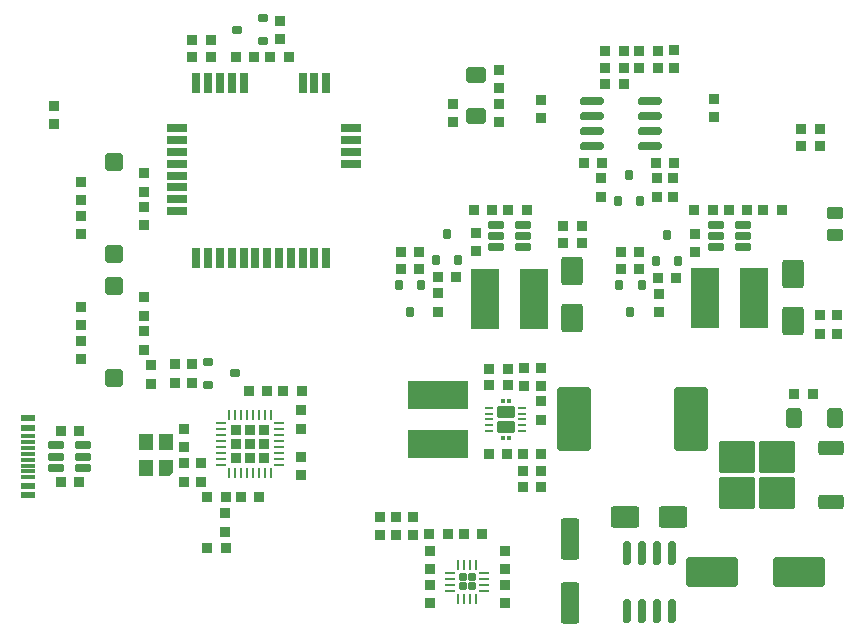
<source format=gtp>
G04 #@! TF.GenerationSoftware,KiCad,Pcbnew,8.0.2-8.0.2-0~ubuntu23.10.1*
G04 #@! TF.CreationDate,2024-05-23T14:55:55+07:00*
G04 #@! TF.ProjectId,Node_Analog,4e6f6465-5f41-46e6-916c-6f672e6b6963,rev?*
G04 #@! TF.SameCoordinates,Original*
G04 #@! TF.FileFunction,Paste,Top*
G04 #@! TF.FilePolarity,Positive*
%FSLAX46Y46*%
G04 Gerber Fmt 4.6, Leading zero omitted, Abs format (unit mm)*
G04 Created by KiCad (PCBNEW 8.0.2-8.0.2-0~ubuntu23.10.1) date 2024-05-23 14:55:55*
%MOMM*%
%LPD*%
G01*
G04 APERTURE LIST*
G04 Aperture macros list*
%AMRoundRect*
0 Rectangle with rounded corners*
0 $1 Rounding radius*
0 $2 $3 $4 $5 $6 $7 $8 $9 X,Y pos of 4 corners*
0 Add a 4 corners polygon primitive as box body*
4,1,4,$2,$3,$4,$5,$6,$7,$8,$9,$2,$3,0*
0 Add four circle primitives for the rounded corners*
1,1,$1+$1,$2,$3*
1,1,$1+$1,$4,$5*
1,1,$1+$1,$6,$7*
1,1,$1+$1,$8,$9*
0 Add four rect primitives between the rounded corners*
20,1,$1+$1,$2,$3,$4,$5,0*
20,1,$1+$1,$4,$5,$6,$7,0*
20,1,$1+$1,$6,$7,$8,$9,0*
20,1,$1+$1,$8,$9,$2,$3,0*%
%AMFreePoly0*
4,1,18,-0.700000,0.540000,-0.695433,0.562961,-0.682426,0.582426,-0.662961,0.595433,-0.640000,0.600000,0.640000,0.600000,0.662961,0.595433,0.682426,0.582426,0.695433,0.562961,0.700000,0.540000,0.700000,-0.540000,0.695433,-0.562961,0.682426,-0.582426,0.662961,-0.595433,0.640000,-0.600000,-0.400000,-0.600000,-0.700000,-0.300000,-0.700000,0.540000,-0.700000,0.540000,$1*%
G04 Aperture macros list end*
%ADD10RoundRect,0.085000X-0.365000X0.340000X-0.365000X-0.340000X0.365000X-0.340000X0.365000X0.340000X0*%
%ADD11RoundRect,0.090000X-0.210000X0.885000X-0.210000X-0.885000X0.210000X-0.885000X0.210000X0.885000X0*%
%ADD12RoundRect,0.290000X1.160000X2.410000X-1.160000X2.410000X-1.160000X-2.410000X1.160000X-2.410000X0*%
%ADD13RoundRect,0.090000X-0.560000X-0.210000X0.560000X-0.210000X0.560000X0.210000X-0.560000X0.210000X0*%
%ADD14RoundRect,0.090000X0.210000X-0.360000X0.210000X0.360000X-0.210000X0.360000X-0.210000X-0.360000X0*%
%ADD15RoundRect,0.085000X-0.340000X-0.365000X0.340000X-0.365000X0.340000X0.365000X-0.340000X0.365000X0*%
%ADD16RoundRect,0.085000X0.340000X0.365000X-0.340000X0.365000X-0.340000X-0.365000X0.340000X-0.365000X0*%
%ADD17RoundRect,0.085000X0.365000X-0.340000X0.365000X0.340000X-0.365000X0.340000X-0.365000X-0.340000X0*%
%ADD18RoundRect,0.172500X-0.172500X-0.172500X0.172500X-0.172500X0.172500X0.172500X-0.172500X0.172500X0*%
%ADD19RoundRect,0.062500X-0.375000X-0.062500X0.375000X-0.062500X0.375000X0.062500X-0.375000X0.062500X0*%
%ADD20RoundRect,0.062500X-0.062500X-0.375000X0.062500X-0.375000X0.062500X0.375000X-0.062500X0.375000X0*%
%ADD21RoundRect,0.250000X-1.950000X-1.000000X1.950000X-1.000000X1.950000X1.000000X-1.950000X1.000000X0*%
%ADD22R,2.350000X5.100000*%
%ADD23RoundRect,0.150000X-0.600000X0.600000X-0.600000X-0.600000X0.600000X-0.600000X0.600000X0.600000X0*%
%ADD24RoundRect,0.090000X-0.210000X0.360000X-0.210000X-0.360000X0.210000X-0.360000X0.210000X0.360000X0*%
%ADD25RoundRect,0.100000X0.575000X-0.400000X0.575000X0.400000X-0.575000X0.400000X-0.575000X-0.400000X0*%
%ADD26RoundRect,0.180000X1.020000X0.720000X-1.020000X0.720000X-1.020000X-0.720000X1.020000X-0.720000X0*%
%ADD27RoundRect,0.232500X0.232500X-0.232500X0.232500X0.232500X-0.232500X0.232500X-0.232500X-0.232500X0*%
%ADD28RoundRect,0.062500X0.062500X-0.375000X0.062500X0.375000X-0.062500X0.375000X-0.062500X-0.375000X0*%
%ADD29RoundRect,0.062500X0.375000X-0.062500X0.375000X0.062500X-0.375000X0.062500X-0.375000X-0.062500X0*%
%ADD30R,0.700000X1.800000*%
%ADD31R,1.800000X0.700000*%
%ADD32RoundRect,0.180000X0.720000X-1.020000X0.720000X1.020000X-0.720000X1.020000X-0.720000X-1.020000X0*%
%ADD33RoundRect,0.090000X0.885000X0.210000X-0.885000X0.210000X-0.885000X-0.210000X0.885000X-0.210000X0*%
%ADD34R,1.300000X0.600000*%
%ADD35R,1.300000X0.300000*%
%ADD36RoundRect,0.090000X-0.360000X-0.210000X0.360000X-0.210000X0.360000X0.210000X-0.360000X0.210000X0*%
%ADD37RoundRect,0.090000X0.360000X0.210000X-0.360000X0.210000X-0.360000X-0.210000X0.360000X-0.210000X0*%
%ADD38RoundRect,0.090000X0.560000X0.210000X-0.560000X0.210000X-0.560000X-0.210000X0.560000X-0.210000X0*%
%ADD39RoundRect,0.025000X-0.100000X-0.145000X0.100000X-0.145000X0.100000X0.145000X-0.100000X0.145000X0*%
%ADD40RoundRect,0.106000X-0.644000X-0.424000X0.644000X-0.424000X0.644000X0.424000X-0.644000X0.424000X0*%
%ADD41RoundRect,0.060000X-0.240000X-0.060000X0.240000X-0.060000X0.240000X0.060000X-0.240000X0.060000X0*%
%ADD42RoundRect,0.250000X0.400000X0.600000X-0.400000X0.600000X-0.400000X-0.600000X0.400000X-0.600000X0*%
%ADD43RoundRect,0.180000X-0.720000X1.020000X-0.720000X-1.020000X0.720000X-1.020000X0.720000X1.020000X0*%
%ADD44RoundRect,0.250000X-0.550000X1.500000X-0.550000X-1.500000X0.550000X-1.500000X0.550000X1.500000X0*%
%ADD45R,5.100000X2.350000*%
%ADD46FreePoly0,90.000000*%
%ADD47RoundRect,0.060000X0.540000X-0.640000X0.540000X0.640000X-0.540000X0.640000X-0.540000X-0.640000X0*%
%ADD48RoundRect,0.250000X0.850000X0.350000X-0.850000X0.350000X-0.850000X-0.350000X0.850000X-0.350000X0*%
%ADD49RoundRect,0.250000X1.275000X1.125000X-1.275000X1.125000X-1.275000X-1.125000X1.275000X-1.125000X0*%
%ADD50RoundRect,0.250000X0.600000X-0.400000X0.600000X0.400000X-0.600000X0.400000X-0.600000X-0.400000X0*%
G04 APERTURE END LIST*
D10*
X154550000Y-81127500D03*
X154550000Y-82677500D03*
D11*
X160555000Y-112825000D03*
X159285000Y-112825000D03*
X158015000Y-112825000D03*
X156745000Y-112825000D03*
X156745000Y-117775000D03*
X158015000Y-117775000D03*
X159285000Y-117775000D03*
X160555000Y-117775000D03*
D12*
X162150000Y-101550000D03*
X152250000Y-101550000D03*
D13*
X108412500Y-103750000D03*
X108412500Y-104700000D03*
X108412500Y-105650000D03*
X110687500Y-105650000D03*
X110687500Y-104700000D03*
X110687500Y-103750000D03*
D10*
X149400000Y-74477500D03*
X149400000Y-76027500D03*
D14*
X155950000Y-83090000D03*
X157850000Y-83090000D03*
X156900000Y-80815000D03*
D10*
X149400000Y-100025000D03*
X149400000Y-101575000D03*
D15*
X156225000Y-87387500D03*
X157775000Y-87387500D03*
D16*
X169800000Y-83800000D03*
X168250000Y-83800000D03*
D17*
X159400000Y-92462500D03*
X159400000Y-90912500D03*
X146400000Y-117112500D03*
X146400000Y-115562500D03*
X115800000Y-95650000D03*
X115800000Y-94100000D03*
D18*
X142800000Y-114887500D03*
X142800000Y-115687500D03*
X143600000Y-114887500D03*
X143600000Y-115687500D03*
D19*
X141762500Y-114537500D03*
X141762500Y-115037500D03*
X141762500Y-115537500D03*
X141762500Y-116037500D03*
D20*
X142450000Y-116725000D03*
X142950000Y-116725000D03*
X143450000Y-116725000D03*
X143950000Y-116725000D03*
D19*
X144637500Y-116037500D03*
X144637500Y-115537500D03*
X144637500Y-115037500D03*
X144637500Y-114537500D03*
D20*
X143950000Y-113850000D03*
X143450000Y-113850000D03*
X142950000Y-113850000D03*
X142450000Y-113850000D03*
D16*
X146625000Y-98650000D03*
X145075000Y-98650000D03*
D15*
X124050000Y-108150000D03*
X125600000Y-108150000D03*
D16*
X154625000Y-79840000D03*
X153075000Y-79840000D03*
D15*
X151325000Y-86600000D03*
X152875000Y-86600000D03*
D21*
X163900000Y-114450000D03*
X171300000Y-114450000D03*
D22*
X163325000Y-91300000D03*
X167475000Y-91300000D03*
D23*
X113250000Y-79750000D03*
X113250000Y-87550000D03*
D16*
X146575000Y-104450000D03*
X145025000Y-104450000D03*
D10*
X120650000Y-105275000D03*
X120650000Y-106825000D03*
X145900000Y-71955000D03*
X145900000Y-73505000D03*
D24*
X139300000Y-90162500D03*
X137400000Y-90162500D03*
X138350000Y-92437500D03*
D17*
X122650000Y-111050000D03*
X122650000Y-109500000D03*
D16*
X149475000Y-105900000D03*
X147925000Y-105900000D03*
D10*
X174500000Y-92725000D03*
X174500000Y-94275000D03*
D25*
X174300000Y-85950000D03*
X174300000Y-84050000D03*
D17*
X140750000Y-92425000D03*
X140750000Y-90875000D03*
D16*
X163975000Y-83800000D03*
X162425000Y-83800000D03*
X128075000Y-70850000D03*
X126525000Y-70850000D03*
D10*
X116450000Y-96975000D03*
X116450000Y-98525000D03*
D24*
X157950000Y-90200000D03*
X156050000Y-90200000D03*
X157000000Y-92475000D03*
D17*
X110500000Y-82975000D03*
X110500000Y-81425000D03*
D26*
X160600000Y-109800000D03*
X156550000Y-109800000D03*
D16*
X166900000Y-83800000D03*
X165350000Y-83800000D03*
D17*
X138600000Y-111375000D03*
X138600000Y-109825000D03*
X119250000Y-106825000D03*
X119250000Y-105275000D03*
D10*
X173100000Y-92725000D03*
X173100000Y-94275000D03*
D16*
X159325000Y-71760000D03*
X157775000Y-71760000D03*
X122725000Y-112400000D03*
X121175000Y-112400000D03*
X146625000Y-97250000D03*
X145075000Y-97250000D03*
D15*
X127625000Y-99125000D03*
X129175000Y-99125000D03*
D16*
X148225000Y-83800000D03*
X146675000Y-83800000D03*
X160875000Y-89587500D03*
X159325000Y-89587500D03*
X122725000Y-108150000D03*
X121175000Y-108150000D03*
D15*
X108775000Y-106850000D03*
X110325000Y-106850000D03*
D16*
X173025000Y-77000000D03*
X171475000Y-77000000D03*
D17*
X110525000Y-93550000D03*
X110525000Y-92000000D03*
D27*
X123650000Y-104775000D03*
X124800000Y-104775000D03*
X125950000Y-104775000D03*
X123650000Y-103625000D03*
X124800000Y-103625000D03*
X125950000Y-103625000D03*
X123650000Y-102475000D03*
X124800000Y-102475000D03*
X125950000Y-102475000D03*
D28*
X123050000Y-106062500D03*
X123550000Y-106062500D03*
X124050000Y-106062500D03*
X124550000Y-106062500D03*
X125050000Y-106062500D03*
X125550000Y-106062500D03*
X126050000Y-106062500D03*
X126550000Y-106062500D03*
D29*
X127237500Y-105375000D03*
X127237500Y-104875000D03*
X127237500Y-104375000D03*
X127237500Y-103875000D03*
X127237500Y-103375000D03*
X127237500Y-102875000D03*
X127237500Y-102375000D03*
X127237500Y-101875000D03*
D28*
X126550000Y-101187500D03*
X126050000Y-101187500D03*
X125550000Y-101187500D03*
X125050000Y-101187500D03*
X124550000Y-101187500D03*
X124050000Y-101187500D03*
X123550000Y-101187500D03*
X123050000Y-101187500D03*
D29*
X122362500Y-101875000D03*
X122362500Y-102375000D03*
X122362500Y-102875000D03*
X122362500Y-103375000D03*
X122362500Y-103875000D03*
X122362500Y-104375000D03*
X122362500Y-104875000D03*
X122362500Y-105375000D03*
D30*
X120250000Y-87855000D03*
X121250000Y-87855000D03*
X122250000Y-87855000D03*
X123250000Y-87855000D03*
X124250000Y-87855000D03*
X125250000Y-87855000D03*
X126250000Y-87855000D03*
X127250000Y-87855000D03*
X128250000Y-87855000D03*
X129250000Y-87855000D03*
X130250000Y-87855000D03*
X131250000Y-87855000D03*
D31*
X133385000Y-79900000D03*
X133385000Y-78900000D03*
X133385000Y-77900000D03*
X133385000Y-76900000D03*
D30*
X131250000Y-73055000D03*
X130250000Y-73055000D03*
X129250000Y-73055000D03*
X124250000Y-73055000D03*
X123250000Y-73055000D03*
X122250000Y-73055000D03*
X121250000Y-73055000D03*
X120250000Y-73055000D03*
D31*
X118585000Y-76900000D03*
X118585000Y-77900000D03*
X118585000Y-78900000D03*
X118585000Y-79900000D03*
X118585000Y-80900000D03*
X118585000Y-81900000D03*
X118585000Y-82900000D03*
X118585000Y-83900000D03*
D32*
X170750000Y-93250000D03*
X170750000Y-89200000D03*
D33*
X158675000Y-78395000D03*
X158675000Y-77125000D03*
X158675000Y-75855000D03*
X158675000Y-74585000D03*
X153725000Y-74585000D03*
X153725000Y-75855000D03*
X153725000Y-77125000D03*
X153725000Y-78395000D03*
D15*
X157775000Y-70360000D03*
X159325000Y-70360000D03*
X154875000Y-70360000D03*
X156425000Y-70360000D03*
X142875000Y-111287500D03*
X144425000Y-111287500D03*
D16*
X149475000Y-107300000D03*
X147925000Y-107300000D03*
D15*
X151325000Y-85200000D03*
X152875000Y-85200000D03*
D17*
X146400000Y-114212500D03*
X146400000Y-112662500D03*
D34*
X106025000Y-101450000D03*
X106025000Y-102250000D03*
D35*
X106025000Y-103450000D03*
X106025000Y-104450000D03*
X106025000Y-104950000D03*
X106025000Y-105950000D03*
D34*
X106025000Y-107150000D03*
X106025000Y-107950000D03*
X106025000Y-107950000D03*
X106025000Y-107150000D03*
D35*
X106025000Y-106450000D03*
X106025000Y-105450000D03*
X106025000Y-103950000D03*
X106025000Y-102950000D03*
D34*
X106025000Y-102250000D03*
X106025000Y-101450000D03*
D17*
X110525000Y-96450000D03*
X110525000Y-94900000D03*
X119850000Y-98425000D03*
X119850000Y-96875000D03*
D16*
X157775000Y-88787500D03*
X156225000Y-88787500D03*
D15*
X137575000Y-87400000D03*
X139125000Y-87400000D03*
D17*
X145900000Y-76385000D03*
X145900000Y-74835000D03*
D36*
X121212500Y-96700000D03*
X121212500Y-98600000D03*
X123487500Y-97650000D03*
D37*
X125937500Y-69500000D03*
X125937500Y-67600000D03*
X123662500Y-68550000D03*
D17*
X143900000Y-87325000D03*
X143900000Y-85775000D03*
D10*
X149400000Y-97175000D03*
X149400000Y-98725000D03*
D38*
X166537500Y-86950000D03*
X166537500Y-86000000D03*
X166537500Y-85050000D03*
X164262500Y-85050000D03*
X164262500Y-86000000D03*
X164262500Y-86950000D03*
D17*
X159250000Y-82677500D03*
X159250000Y-81127500D03*
D39*
X146200000Y-100020000D03*
X146200000Y-103080000D03*
D40*
X146450000Y-100920000D03*
X146450000Y-102180000D03*
D39*
X146700000Y-100020000D03*
X146700000Y-103080000D03*
D41*
X145050000Y-100550000D03*
X145050000Y-101050000D03*
X145050000Y-101550000D03*
X145050000Y-102050000D03*
X145050000Y-102550000D03*
X147850000Y-102550000D03*
X147850000Y-102050000D03*
X147850000Y-101550000D03*
X147850000Y-101050000D03*
X147850000Y-100550000D03*
D17*
X115800000Y-82275000D03*
X115800000Y-80725000D03*
X127300000Y-69325000D03*
X127300000Y-67775000D03*
D10*
X137200000Y-109825000D03*
X137200000Y-111375000D03*
D17*
X142000000Y-76405000D03*
X142000000Y-74855000D03*
D16*
X156425000Y-71760000D03*
X154875000Y-71760000D03*
D38*
X147937500Y-86950000D03*
X147937500Y-86000000D03*
X147937500Y-85050000D03*
X145662500Y-85050000D03*
X145662500Y-86000000D03*
X145662500Y-86950000D03*
D14*
X140550000Y-88087500D03*
X142450000Y-88087500D03*
X141500000Y-85812500D03*
D42*
X174350000Y-101400000D03*
X170850000Y-101400000D03*
D16*
X139125000Y-88800000D03*
X137575000Y-88800000D03*
X126275000Y-99125000D03*
X124725000Y-99125000D03*
D15*
X123625000Y-70850000D03*
X125175000Y-70850000D03*
D43*
X152100000Y-88950000D03*
X152100000Y-93000000D03*
D17*
X115800000Y-85125000D03*
X115800000Y-83575000D03*
D15*
X108775000Y-102550000D03*
X110325000Y-102550000D03*
D44*
X151900000Y-111700000D03*
X151900000Y-117100000D03*
D17*
X160700000Y-71835000D03*
X160700000Y-70285000D03*
D15*
X159175000Y-79802500D03*
X160725000Y-79802500D03*
X147925000Y-104450000D03*
X149475000Y-104450000D03*
D10*
X119250000Y-102375000D03*
X119250000Y-103925000D03*
D45*
X140725000Y-99475000D03*
X140725000Y-103625000D03*
D17*
X140050000Y-117112500D03*
X140050000Y-115562500D03*
D14*
X159150000Y-88175000D03*
X161050000Y-88175000D03*
X160100000Y-85900000D03*
D16*
X141525000Y-111287500D03*
X139975000Y-111287500D03*
X145325000Y-83800000D03*
X143775000Y-83800000D03*
D15*
X119910000Y-69450000D03*
X121460000Y-69450000D03*
X154875000Y-73160000D03*
X156425000Y-73160000D03*
D23*
X113250000Y-90275000D03*
X113250000Y-98075000D03*
D17*
X110500000Y-85875000D03*
X110500000Y-84325000D03*
X108200000Y-76575000D03*
X108200000Y-75025000D03*
D10*
X129100000Y-100775000D03*
X129100000Y-102325000D03*
D16*
X173025000Y-78400000D03*
X171475000Y-78400000D03*
D46*
X117700000Y-105700000D03*
D47*
X117700000Y-103500000D03*
X116000000Y-103500000D03*
X116000000Y-105700000D03*
D48*
X174000000Y-108527500D03*
D49*
X169375000Y-107772500D03*
X169375000Y-104722500D03*
X166025000Y-107772500D03*
X166025000Y-104722500D03*
D48*
X174000000Y-103967500D03*
D50*
X143950000Y-75880000D03*
X143950000Y-72380000D03*
D10*
X129100000Y-104725000D03*
X129100000Y-106275000D03*
D17*
X164100000Y-75985000D03*
X164100000Y-74435000D03*
D15*
X119910000Y-70850000D03*
X121460000Y-70850000D03*
D17*
X162500000Y-87375000D03*
X162500000Y-85825000D03*
X160650000Y-82677500D03*
X160650000Y-81127500D03*
X140050000Y-114212500D03*
X140050000Y-112662500D03*
X118450000Y-98425000D03*
X118450000Y-96875000D03*
D16*
X172425000Y-99400000D03*
X170875000Y-99400000D03*
D17*
X148000000Y-98725000D03*
X148000000Y-97175000D03*
X115800000Y-92750000D03*
X115800000Y-91200000D03*
D22*
X144725000Y-91350000D03*
X148875000Y-91350000D03*
D17*
X135800000Y-111375000D03*
X135800000Y-109825000D03*
D16*
X142275000Y-89450000D03*
X140725000Y-89450000D03*
M02*

</source>
